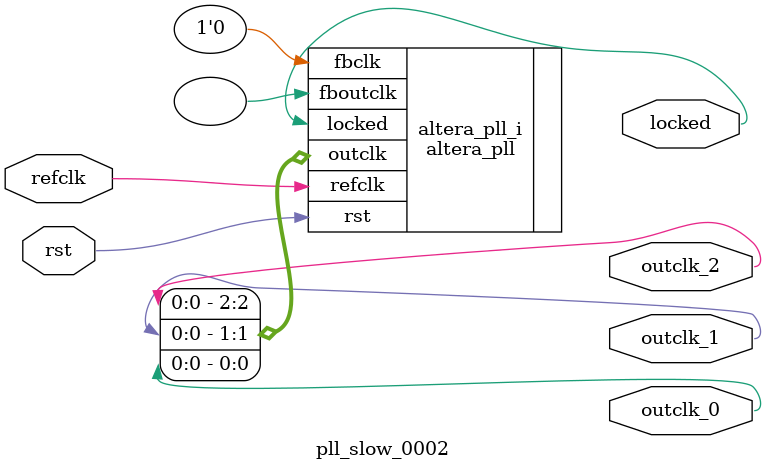
<source format=v>
`timescale 1ns/10ps
module  pll_slow_0002(

	// interface 'refclk'
	input wire refclk,

	// interface 'reset'
	input wire rst,

	// interface 'outclk0'
	output wire outclk_0,

	// interface 'outclk1'
	output wire outclk_1,

	// interface 'outclk2'
	output wire outclk_2,

	// interface 'locked'
	output wire locked
);

	altera_pll #(
		.fractional_vco_multiplier("false"),
		.reference_clock_frequency("100.0 MHz"),
		.operation_mode("direct"),
		.number_of_clocks(3),
		.output_clock_frequency0("1.170960 MHz"),
		.phase_shift0("0 ps"),
		.duty_cycle0(50),
		.output_clock_frequency1("1.000000 MHz"),
		.phase_shift1("55556 ps"),
		.duty_cycle1(50),
		.output_clock_frequency2("1.000000 MHz"),
		.phase_shift2("500000 ps"),
		.duty_cycle2(50),
		.output_clock_frequency3("0 MHz"),
		.phase_shift3("0 ps"),
		.duty_cycle3(50),
		.output_clock_frequency4("0 MHz"),
		.phase_shift4("0 ps"),
		.duty_cycle4(50),
		.output_clock_frequency5("0 MHz"),
		.phase_shift5("0 ps"),
		.duty_cycle5(50),
		.output_clock_frequency6("0 MHz"),
		.phase_shift6("0 ps"),
		.duty_cycle6(50),
		.output_clock_frequency7("0 MHz"),
		.phase_shift7("0 ps"),
		.duty_cycle7(50),
		.output_clock_frequency8("0 MHz"),
		.phase_shift8("0 ps"),
		.duty_cycle8(50),
		.output_clock_frequency9("0 MHz"),
		.phase_shift9("0 ps"),
		.duty_cycle9(50),
		.output_clock_frequency10("0 MHz"),
		.phase_shift10("0 ps"),
		.duty_cycle10(50),
		.output_clock_frequency11("0 MHz"),
		.phase_shift11("0 ps"),
		.duty_cycle11(50),
		.output_clock_frequency12("0 MHz"),
		.phase_shift12("0 ps"),
		.duty_cycle12(50),
		.output_clock_frequency13("0 MHz"),
		.phase_shift13("0 ps"),
		.duty_cycle13(50),
		.output_clock_frequency14("0 MHz"),
		.phase_shift14("0 ps"),
		.duty_cycle14(50),
		.output_clock_frequency15("0 MHz"),
		.phase_shift15("0 ps"),
		.duty_cycle15(50),
		.output_clock_frequency16("0 MHz"),
		.phase_shift16("0 ps"),
		.duty_cycle16(50),
		.output_clock_frequency17("0 MHz"),
		.phase_shift17("0 ps"),
		.duty_cycle17(50),
		.pll_type("General"),
		.pll_subtype("General")
	) altera_pll_i (
		.rst	(rst),
		.outclk	({outclk_2, outclk_1, outclk_0}),
		.locked	(locked),
		.fboutclk	( ),
		.fbclk	(1'b0),
		.refclk	(refclk)
	);
endmodule


</source>
